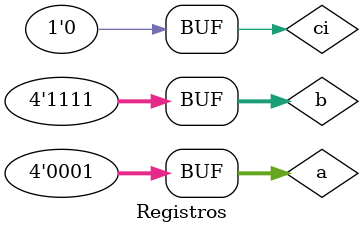
<source format=v>

module subtrador (output s0, output carryOut, 
                  input x,input y, input carryIn);
						
assign s0 = x^y;
assign carryOut = ((~x|y)&carryIn)|(~x&y);

endmodule

module Registros;

reg [3:0]a, b;
reg ci;
wire s0, s1, s2, s3;
wire co0, co1, co2, co3;

subtrador A(s0, co0, a[0], b[0], ci);
subtrador B(s1, co1, a[1], b[1], co0);
subtrador C(s2, co2, a[2], b[2], co1);
subtrador D(s3, co3, a[3], b[3], co2);

initial begin:start 
a=4'b0000; b=4'b0000;
ci=1'b0; 
end

initial begin 
$display("Exemplo0021 - Miller - 449048"); 
$display("Test Subtrador:");
$display("");
$monitor("%b - %b = (%b)%b%b%b%b", a, b, co3, s3, s2, s1, s0);
#1	a=4'b0101;	b=4'b1001; 
#1	a=4'b1100;	b=4'b0111;
#1	a=4'b0010;	b=4'b1000;
#1	a=4'b1010;	b=4'b1000;
#1	a=4'b0110;	b=4'b0000;
#1	a=4'b0010;	b=4'b1111;
#1	a=4'b1111;	b=4'b1111;
#1	a=4'b0000;	b=4'b1111;
#1	a=4'b0001;	b=4'b1111;

end
endmodule
</source>
